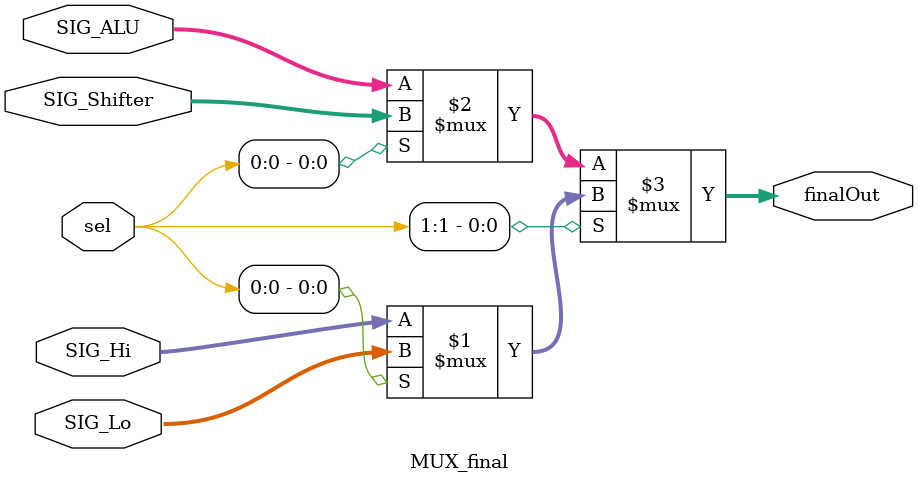
<source format=v>
`timescale 1ns/1ns
module MUX_final( SIG_ALU, SIG_Shifter, SIG_Hi, SIG_Lo, sel, finalOut );
input [31:0] SIG_ALU, SIG_Shifter, SIG_Hi, SIG_Lo;
input [1:0] sel;
output [31:0] finalOut;

assign finalOut = sel[1] ? ( sel[0] ? SIG_Lo : SIG_Hi ) : ( sel[0] ? SIG_Shifter : SIG_ALU );


endmodule
</source>
